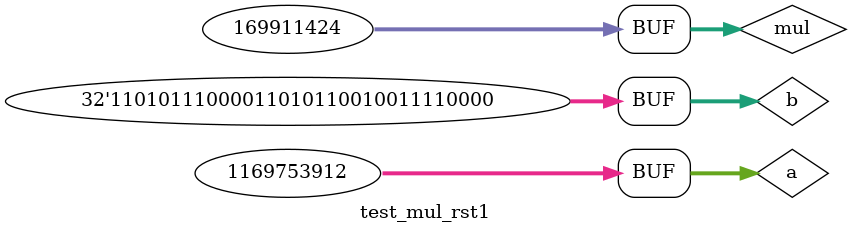
<source format=v>
`timescale 1ns / 1ps


module test_mul_rst1;

reg [31:0] a,b;

initial begin
    a = 32'hd70d6000;
    b = 32'h000004f0;
    #500
    a = 32'h45b90738;
    b = 32'hd70d64f0;
end

wire [31:0] mul;
assign mul = $signed(a) * $signed(b);
endmodule

</source>
